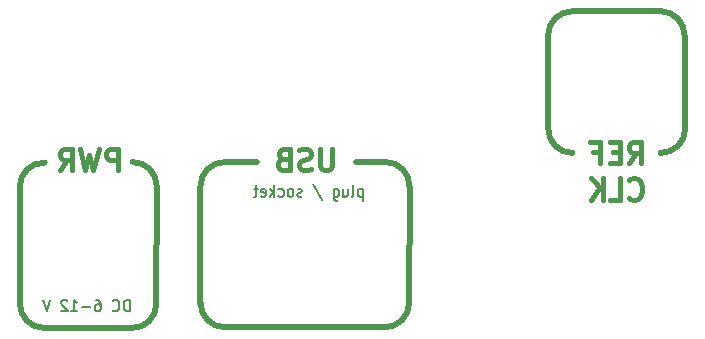
<source format=gbo>
G04 #@! TF.FileFunction,Legend,Bot*
%FSLAX46Y46*%
G04 Gerber Fmt 4.6, Leading zero omitted, Abs format (unit mm)*
G04 Created by KiCad (PCBNEW (2016-07-22 BZR 6991, Git 146a78a)-product) date 08/19/16 17:42:04*
%MOMM*%
%LPD*%
G01*
G04 APERTURE LIST*
%ADD10C,0.150000*%
%ADD11C,0.200000*%
%ADD12C,0.500000*%
%ADD13C,0.400000*%
%ADD14C,1.000000*%
%ADD15C,3.000000*%
%ADD16C,0.700000*%
%ADD17C,1.350000*%
G04 APERTURE END LIST*
D10*
D11*
X44364285Y-21585714D02*
X44364285Y-22585714D01*
X44364285Y-21633333D02*
X44278571Y-21585714D01*
X44107142Y-21585714D01*
X44021428Y-21633333D01*
X43978571Y-21680952D01*
X43935714Y-21776190D01*
X43935714Y-22061904D01*
X43978571Y-22157142D01*
X44021428Y-22204761D01*
X44107142Y-22252380D01*
X44278571Y-22252380D01*
X44364285Y-22204761D01*
X43421428Y-22252380D02*
X43507142Y-22204761D01*
X43550000Y-22109523D01*
X43550000Y-21252380D01*
X42692857Y-21585714D02*
X42692857Y-22252380D01*
X43078571Y-21585714D02*
X43078571Y-22109523D01*
X43035714Y-22204761D01*
X42950000Y-22252380D01*
X42821428Y-22252380D01*
X42735714Y-22204761D01*
X42692857Y-22157142D01*
X41878571Y-21585714D02*
X41878571Y-22395238D01*
X41921428Y-22490476D01*
X41964285Y-22538095D01*
X42050000Y-22585714D01*
X42178571Y-22585714D01*
X42264285Y-22538095D01*
X41878571Y-22204761D02*
X41964285Y-22252380D01*
X42135714Y-22252380D01*
X42221428Y-22204761D01*
X42264285Y-22157142D01*
X42307142Y-22061904D01*
X42307142Y-21776190D01*
X42264285Y-21680952D01*
X42221428Y-21633333D01*
X42135714Y-21585714D01*
X41964285Y-21585714D01*
X41878571Y-21633333D01*
X40121428Y-21204761D02*
X40892857Y-22490476D01*
X39178571Y-22204761D02*
X39092857Y-22252380D01*
X38921428Y-22252380D01*
X38835714Y-22204761D01*
X38792857Y-22109523D01*
X38792857Y-22061904D01*
X38835714Y-21966666D01*
X38921428Y-21919047D01*
X39050000Y-21919047D01*
X39135714Y-21871428D01*
X39178571Y-21776190D01*
X39178571Y-21728571D01*
X39135714Y-21633333D01*
X39050000Y-21585714D01*
X38921428Y-21585714D01*
X38835714Y-21633333D01*
X38278571Y-22252380D02*
X38364285Y-22204761D01*
X38407142Y-22157142D01*
X38450000Y-22061904D01*
X38450000Y-21776190D01*
X38407142Y-21680952D01*
X38364285Y-21633333D01*
X38278571Y-21585714D01*
X38150000Y-21585714D01*
X38064285Y-21633333D01*
X38021428Y-21680952D01*
X37978571Y-21776190D01*
X37978571Y-22061904D01*
X38021428Y-22157142D01*
X38064285Y-22204761D01*
X38150000Y-22252380D01*
X38278571Y-22252380D01*
X37207142Y-22204761D02*
X37292857Y-22252380D01*
X37464285Y-22252380D01*
X37550000Y-22204761D01*
X37592857Y-22157142D01*
X37635714Y-22061904D01*
X37635714Y-21776190D01*
X37592857Y-21680952D01*
X37550000Y-21633333D01*
X37464285Y-21585714D01*
X37292857Y-21585714D01*
X37207142Y-21633333D01*
X36821428Y-22252380D02*
X36821428Y-21252380D01*
X36735714Y-21871428D02*
X36478571Y-22252380D01*
X36478571Y-21585714D02*
X36821428Y-21966666D01*
X35750000Y-22204761D02*
X35835714Y-22252380D01*
X36007142Y-22252380D01*
X36092857Y-22204761D01*
X36135714Y-22109523D01*
X36135714Y-21728571D01*
X36092857Y-21633333D01*
X36007142Y-21585714D01*
X35835714Y-21585714D01*
X35750000Y-21633333D01*
X35707142Y-21728571D01*
X35707142Y-21823809D01*
X36135714Y-21919047D01*
X35450000Y-21585714D02*
X35107142Y-21585714D01*
X35321428Y-21252380D02*
X35321428Y-22109523D01*
X35278571Y-22204761D01*
X35192857Y-22252380D01*
X35107142Y-22252380D01*
X24600000Y-31952380D02*
X24600000Y-30952380D01*
X24385714Y-30952380D01*
X24257142Y-31000000D01*
X24171428Y-31095238D01*
X24128571Y-31190476D01*
X24085714Y-31380952D01*
X24085714Y-31523809D01*
X24128571Y-31714285D01*
X24171428Y-31809523D01*
X24257142Y-31904761D01*
X24385714Y-31952380D01*
X24600000Y-31952380D01*
X23185714Y-31857142D02*
X23228571Y-31904761D01*
X23357142Y-31952380D01*
X23442857Y-31952380D01*
X23571428Y-31904761D01*
X23657142Y-31809523D01*
X23700000Y-31714285D01*
X23742857Y-31523809D01*
X23742857Y-31380952D01*
X23700000Y-31190476D01*
X23657142Y-31095238D01*
X23571428Y-31000000D01*
X23442857Y-30952380D01*
X23357142Y-30952380D01*
X23228571Y-31000000D01*
X23185714Y-31047619D01*
X21728571Y-30952380D02*
X21900000Y-30952380D01*
X21985714Y-31000000D01*
X22028571Y-31047619D01*
X22114285Y-31190476D01*
X22157142Y-31380952D01*
X22157142Y-31761904D01*
X22114285Y-31857142D01*
X22071428Y-31904761D01*
X21985714Y-31952380D01*
X21814285Y-31952380D01*
X21728571Y-31904761D01*
X21685714Y-31857142D01*
X21642857Y-31761904D01*
X21642857Y-31523809D01*
X21685714Y-31428571D01*
X21728571Y-31380952D01*
X21814285Y-31333333D01*
X21985714Y-31333333D01*
X22071428Y-31380952D01*
X22114285Y-31428571D01*
X22157142Y-31523809D01*
X21257142Y-31571428D02*
X20571428Y-31571428D01*
X19671428Y-31952380D02*
X20185714Y-31952380D01*
X19928571Y-31952380D02*
X19928571Y-30952380D01*
X20014285Y-31095238D01*
X20100000Y-31190476D01*
X20185714Y-31238095D01*
X19328571Y-31047619D02*
X19285714Y-31000000D01*
X19200000Y-30952380D01*
X18985714Y-30952380D01*
X18900000Y-31000000D01*
X18857142Y-31047619D01*
X18814285Y-31142857D01*
X18814285Y-31238095D01*
X18857142Y-31380952D01*
X19371428Y-31952380D01*
X18814285Y-31952380D01*
X17871428Y-30952380D02*
X17571428Y-31952380D01*
X17271428Y-30952380D01*
D12*
X35400000Y-19300000D02*
X32700000Y-19300000D01*
X46200000Y-19300000D02*
X43800000Y-19300000D01*
X48270610Y-31250000D02*
G75*
G02X46170000Y-33300000I-2050610J0D01*
G01*
X32660101Y-33300000D02*
G75*
G02X30610000Y-31199390I-101J2050610D01*
G01*
X32700000Y-33300000D02*
X46200000Y-33300000D01*
X30600000Y-31300000D02*
X30600000Y-21400000D01*
X30600000Y-21400000D02*
G75*
G02X32700146Y-19306380I2050146J43620D01*
G01*
X46250000Y-19299390D02*
G75*
G02X48300000Y-21400000I0J-2050610D01*
G01*
X48270000Y-31270000D02*
X48300000Y-21400000D01*
X15300000Y-31300000D02*
X15300000Y-21400000D01*
X15300000Y-21410000D02*
G75*
G02X17400610Y-19360000I2050610J0D01*
G01*
X17360101Y-33360000D02*
G75*
G02X15310000Y-31259390I-101J2050610D01*
G01*
X17260000Y-33360000D02*
X24780000Y-33360000D01*
X26870610Y-31310000D02*
G75*
G02X24770000Y-33360000I-2050610J0D01*
G01*
X26870000Y-31270000D02*
X26900000Y-21400000D01*
X24850000Y-19299390D02*
G75*
G02X26900000Y-21400000I0J-2050610D01*
G01*
D13*
X23600000Y-20014285D02*
X23600000Y-18214285D01*
X22914285Y-18214285D01*
X22742857Y-18300000D01*
X22657142Y-18385714D01*
X22571428Y-18557142D01*
X22571428Y-18814285D01*
X22657142Y-18985714D01*
X22742857Y-19071428D01*
X22914285Y-19157142D01*
X23600000Y-19157142D01*
X21971428Y-18214285D02*
X21542857Y-20014285D01*
X21200000Y-18728571D01*
X20857142Y-20014285D01*
X20428571Y-18214285D01*
X18714285Y-20014285D02*
X19314285Y-19157142D01*
X19742857Y-20014285D02*
X19742857Y-18214285D01*
X19057142Y-18214285D01*
X18885714Y-18300000D01*
X18800000Y-18385714D01*
X18714285Y-18557142D01*
X18714285Y-18814285D01*
X18800000Y-18985714D01*
X18885714Y-19071428D01*
X19057142Y-19157142D01*
X19742857Y-19157142D01*
X41771428Y-18214285D02*
X41771428Y-19671428D01*
X41685714Y-19842857D01*
X41600000Y-19928571D01*
X41428571Y-20014285D01*
X41085714Y-20014285D01*
X40914285Y-19928571D01*
X40828571Y-19842857D01*
X40742857Y-19671428D01*
X40742857Y-18214285D01*
X39971428Y-19928571D02*
X39714285Y-20014285D01*
X39285714Y-20014285D01*
X39114285Y-19928571D01*
X39028571Y-19842857D01*
X38942857Y-19671428D01*
X38942857Y-19500000D01*
X39028571Y-19328571D01*
X39114285Y-19242857D01*
X39285714Y-19157142D01*
X39628571Y-19071428D01*
X39800000Y-18985714D01*
X39885714Y-18900000D01*
X39971428Y-18728571D01*
X39971428Y-18557142D01*
X39885714Y-18385714D01*
X39800000Y-18300000D01*
X39628571Y-18214285D01*
X39200000Y-18214285D01*
X38942857Y-18300000D01*
X37571428Y-19071428D02*
X37314285Y-19157142D01*
X37228571Y-19242857D01*
X37142857Y-19414285D01*
X37142857Y-19671428D01*
X37228571Y-19842857D01*
X37314285Y-19928571D01*
X37485714Y-20014285D01*
X38171428Y-20014285D01*
X38171428Y-18214285D01*
X37571428Y-18214285D01*
X37400000Y-18300000D01*
X37314285Y-18385714D01*
X37228571Y-18557142D01*
X37228571Y-18728571D01*
X37314285Y-18900000D01*
X37400000Y-18985714D01*
X37571428Y-19071428D01*
X38171428Y-19071428D01*
D12*
X60029390Y-8590000D02*
G75*
G02X62130000Y-6540000I2050610J0D01*
G01*
X60030000Y-8630000D02*
X60030000Y-16429390D01*
X62090000Y-18540610D02*
G75*
G02X60040000Y-16440000I0J2050610D01*
G01*
D13*
X66868571Y-19394285D02*
X67468571Y-18537142D01*
X67897142Y-19394285D02*
X67897142Y-17594285D01*
X67211428Y-17594285D01*
X67040000Y-17680000D01*
X66954285Y-17765714D01*
X66868571Y-17937142D01*
X66868571Y-18194285D01*
X66954285Y-18365714D01*
X67040000Y-18451428D01*
X67211428Y-18537142D01*
X67897142Y-18537142D01*
X66097142Y-18451428D02*
X65497142Y-18451428D01*
X65240000Y-19394285D02*
X66097142Y-19394285D01*
X66097142Y-17594285D01*
X65240000Y-17594285D01*
X63868571Y-18451428D02*
X64468571Y-18451428D01*
X64468571Y-19394285D02*
X64468571Y-17594285D01*
X63611428Y-17594285D01*
X66911428Y-22322857D02*
X66997142Y-22408571D01*
X67254285Y-22494285D01*
X67425714Y-22494285D01*
X67682857Y-22408571D01*
X67854285Y-22237142D01*
X67940000Y-22065714D01*
X68025714Y-21722857D01*
X68025714Y-21465714D01*
X67940000Y-21122857D01*
X67854285Y-20951428D01*
X67682857Y-20780000D01*
X67425714Y-20694285D01*
X67254285Y-20694285D01*
X66997142Y-20780000D01*
X66911428Y-20865714D01*
X65282857Y-22494285D02*
X66140000Y-22494285D01*
X66140000Y-20694285D01*
X64682857Y-22494285D02*
X64682857Y-20694285D01*
X63654285Y-22494285D02*
X64425714Y-21465714D01*
X63654285Y-20694285D02*
X64682857Y-21722857D01*
D12*
X69640000Y-6540000D02*
X62120000Y-6540000D01*
X69540000Y-6540000D02*
G75*
G02X71590000Y-8640610I0J-2050610D01*
G01*
X71640000Y-16440000D02*
X71590000Y-8640610D01*
X71640000Y-16490000D02*
G75*
G02X69539390Y-18540000I-2050610J0D01*
G01*
%LPC*%
D14*
X7016662Y-32150000D02*
G75*
G03X7016662Y-32150000I-1796662J0D01*
G01*
X7006662Y-4580000D02*
G75*
G03X7006662Y-4580000I-1796662J0D01*
G01*
X75130000Y-4570000D02*
G75*
G03X75130000Y-4570000I-1796662J0D01*
G01*
X75092758Y-32094890D02*
G75*
G03X75092758Y-32094890I-1796662J0D01*
G01*
D15*
X68495000Y-12345802D02*
G75*
G03X68495000Y-12345802I-2660000J0D01*
G01*
D16*
X68765000Y-10505802D02*
X68765000Y-14195802D01*
D17*
X69665000Y-12345802D02*
G75*
G03X69665000Y-12345802I-3830000J0D01*
G01*
M02*

</source>
